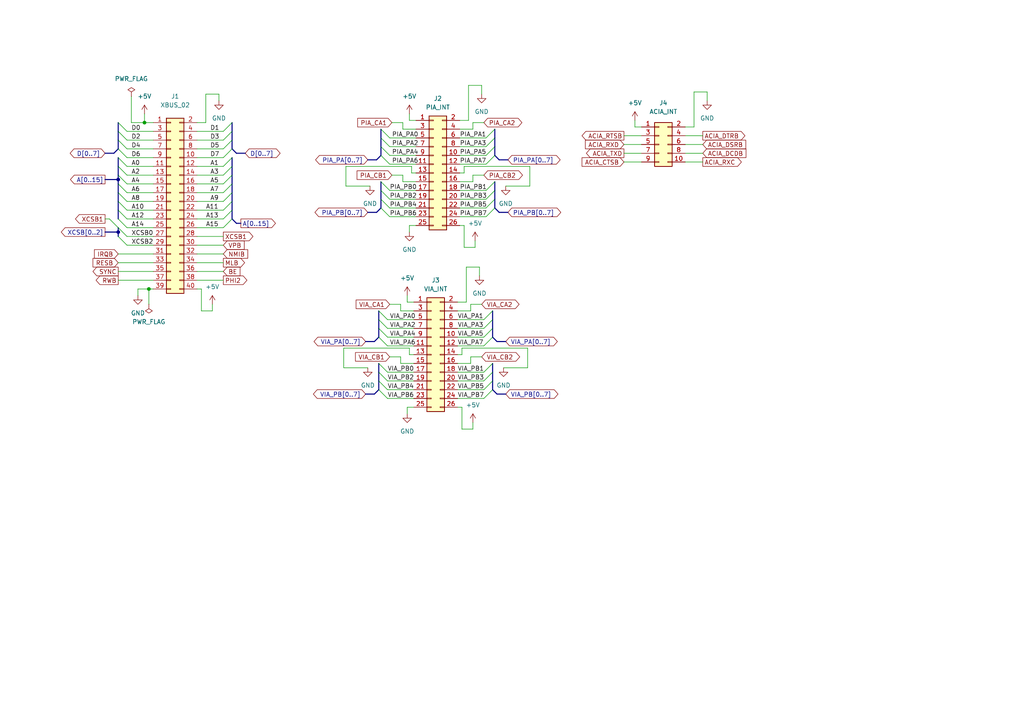
<source format=kicad_sch>
(kicad_sch (version 20211123) (generator eeschema)
  (paper "A4")
  (lib_symbols
    (symbol "Connector_Generic:Conn_02x05_Odd_Even" (pin_names (offset 1.016) hide)
      (property "Reference" "J" (at 1.27 7.62 0))
      (property "Value" "Conn_02x05_Odd_Even" (at 1.27 -7.62 0))
      (symbol "Conn_02x05_Odd_Even_1_1"
        (rectangle (start -1.27 -4.953) (end 0 -5.207) (stroke (width 0.1524)))
        (rectangle (start -1.27 -2.413) (end 0 -2.667) (stroke (width 0.1524)))
        (rectangle (start -1.27 0.127) (end 0 -0.127) (stroke (width 0.1524)))
        (rectangle (start -1.27 2.667) (end 0 2.413) (stroke (width 0.1524)))
        (rectangle (start -1.27 5.207) (end 0 4.953) (stroke (width 0.1524)))
        (rectangle (start -1.27 6.35) (end 3.81 -6.35) (stroke (width 0.254)) (fill (type background)))
        (rectangle (start 3.81 -4.953) (end 2.54 -5.207) (stroke (width 0.1524)))
        (rectangle (start 3.81 -2.413) (end 2.54 -2.667) (stroke (width 0.1524)))
        (rectangle (start 3.81 0.127) (end 2.54 -0.127) (stroke (width 0.1524)))
        (rectangle (start 3.81 2.667) (end 2.54 2.413) (stroke (width 0.1524)))
        (rectangle (start 3.81 5.207) (end 2.54 4.953) (stroke (width 0.1524)))
        (pin passive line (at -5.08 5.08 0) (length 3.81) (name "Pin_1") (number "1"))
        (pin passive line (at 7.62 -5.08 180) (length 3.81) (name "Pin_10") (number "10"))
        (pin passive line (at 7.62 5.08 180) (length 3.81) (name "Pin_2") (number "2"))
        (pin passive line (at -5.08 2.54 0) (length 3.81) (name "Pin_3") (number "3"))
        (pin passive line (at 7.62 2.54 180) (length 3.81) (name "Pin_4") (number "4"))
        (pin passive line (at -5.08 0 0) (length 3.81) (name "Pin_5") (number "5"))
        (pin passive line (at 7.62 0 180) (length 3.81) (name "Pin_6") (number "6"))
        (pin passive line (at -5.08 -2.54 0) (length 3.81) (name "Pin_7") (number "7"))
        (pin passive line (at 7.62 -2.54 180) (length 3.81) (name "Pin_8") (number "8"))
        (pin passive line (at -5.08 -5.08 0) (length 3.81) (name "Pin_9") (number "9"))
      )
    )
    (symbol "Connector_Generic:Conn_02x13_Odd_Even" (pin_names (offset 1.016) hide)
      (property "Reference" "J" (at 1.27 17.78 0))
      (property "Value" "Conn_02x13_Odd_Even" (at 1.27 -17.78 0))
      (symbol "Conn_02x13_Odd_Even_1_1"
        (rectangle (start -1.27 -15.113) (end 0 -15.367) (stroke (width 0.1524)))
        (rectangle (start -1.27 -12.573) (end 0 -12.827) (stroke (width 0.1524)))
        (rectangle (start -1.27 -10.033) (end 0 -10.287) (stroke (width 0.1524)))
        (rectangle (start -1.27 -7.493) (end 0 -7.747) (stroke (width 0.1524)))
        (rectangle (start -1.27 -4.953) (end 0 -5.207) (stroke (width 0.1524)))
        (rectangle (start -1.27 -2.413) (end 0 -2.667) (stroke (width 0.1524)))
        (rectangle (start -1.27 0.127) (end 0 -0.127) (stroke (width 0.1524)))
        (rectangle (start -1.27 2.667) (end 0 2.413) (stroke (width 0.1524)))
        (rectangle (start -1.27 5.207) (end 0 4.953) (stroke (width 0.1524)))
        (rectangle (start -1.27 7.747) (end 0 7.493) (stroke (width 0.1524)))
        (rectangle (start -1.27 10.287) (end 0 10.033) (stroke (width 0.1524)))
        (rectangle (start -1.27 12.827) (end 0 12.573) (stroke (width 0.1524)))
        (rectangle (start -1.27 15.367) (end 0 15.113) (stroke (width 0.1524)))
        (rectangle (start -1.27 16.51) (end 3.81 -16.51) (stroke (width 0.254)) (fill (type background)))
        (rectangle (start 3.81 -15.113) (end 2.54 -15.367) (stroke (width 0.1524)))
        (rectangle (start 3.81 -12.573) (end 2.54 -12.827) (stroke (width 0.1524)))
        (rectangle (start 3.81 -10.033) (end 2.54 -10.287) (stroke (width 0.1524)))
        (rectangle (start 3.81 -7.493) (end 2.54 -7.747) (stroke (width 0.1524)))
        (rectangle (start 3.81 -4.953) (end 2.54 -5.207) (stroke (width 0.1524)))
        (rectangle (start 3.81 -2.413) (end 2.54 -2.667) (stroke (width 0.1524)))
        (rectangle (start 3.81 0.127) (end 2.54 -0.127) (stroke (width 0.1524)))
        (rectangle (start 3.81 2.667) (end 2.54 2.413) (stroke (width 0.1524)))
        (rectangle (start 3.81 5.207) (end 2.54 4.953) (stroke (width 0.1524)))
        (rectangle (start 3.81 7.747) (end 2.54 7.493) (stroke (width 0.1524)))
        (rectangle (start 3.81 10.287) (end 2.54 10.033) (stroke (width 0.1524)))
        (rectangle (start 3.81 12.827) (end 2.54 12.573) (stroke (width 0.1524)))
        (rectangle (start 3.81 15.367) (end 2.54 15.113) (stroke (width 0.1524)))
        (pin passive line (at -5.08 15.24 0) (length 3.81) (name "Pin_1") (number "1"))
        (pin passive line (at 7.62 5.08 180) (length 3.81) (name "Pin_10") (number "10"))
        (pin passive line (at -5.08 2.54 0) (length 3.81) (name "Pin_11") (number "11"))
        (pin passive line (at 7.62 2.54 180) (length 3.81) (name "Pin_12") (number "12"))
        (pin passive line (at -5.08 0 0) (length 3.81) (name "Pin_13") (number "13"))
        (pin passive line (at 7.62 0 180) (length 3.81) (name "Pin_14") (number "14"))
        (pin passive line (at -5.08 -2.54 0) (length 3.81) (name "Pin_15") (number "15"))
        (pin passive line (at 7.62 -2.54 180) (length 3.81) (name "Pin_16") (number "16"))
        (pin passive line (at -5.08 -5.08 0) (length 3.81) (name "Pin_17") (number "17"))
        (pin passive line (at 7.62 -5.08 180) (length 3.81) (name "Pin_18") (number "18"))
        (pin passive line (at -5.08 -7.62 0) (length 3.81) (name "Pin_19") (number "19"))
        (pin passive line (at 7.62 15.24 180) (length 3.81) (name "Pin_2") (number "2"))
        (pin passive line (at 7.62 -7.62 180) (length 3.81) (name "Pin_20") (number "20"))
        (pin passive line (at -5.08 -10.16 0) (length 3.81) (name "Pin_21") (number "21"))
        (pin passive line (at 7.62 -10.16 180) (length 3.81) (name "Pin_22") (number "22"))
        (pin passive line (at -5.08 -12.7 0) (length 3.81) (name "Pin_23") (number "23"))
        (pin passive line (at 7.62 -12.7 180) (length 3.81) (name "Pin_24") (number "24"))
        (pin passive line (at -5.08 -15.24 0) (length 3.81) (name "Pin_25") (number "25"))
        (pin passive line (at 7.62 -15.24 180) (length 3.81) (name "Pin_26") (number "26"))
        (pin passive line (at -5.08 12.7 0) (length 3.81) (name "Pin_3") (number "3"))
        (pin passive line (at 7.62 12.7 180) (length 3.81) (name "Pin_4") (number "4"))
        (pin passive line (at -5.08 10.16 0) (length 3.81) (name "Pin_5") (number "5"))
        (pin passive line (at 7.62 10.16 180) (length 3.81) (name "Pin_6") (number "6"))
        (pin passive line (at -5.08 7.62 0) (length 3.81) (name "Pin_7") (number "7"))
        (pin passive line (at 7.62 7.62 180) (length 3.81) (name "Pin_8") (number "8"))
        (pin passive line (at -5.08 5.08 0) (length 3.81) (name "Pin_9") (number "9"))
      )
    )
    (symbol "Connector_Generic:Conn_02x20_Odd_Even" (pin_names (offset 1.016) hide)
      (property "Reference" "J" (at 1.27 25.4 0))
      (property "Value" "Conn_02x20_Odd_Even" (at 1.27 -27.94 0))
      (symbol "Conn_02x20_Odd_Even_1_1"
        (rectangle (start -1.27 -25.273) (end 0 -25.527) (stroke (width 0.1524)))
        (rectangle (start -1.27 -22.733) (end 0 -22.987) (stroke (width 0.1524)))
        (rectangle (start -1.27 -20.193) (end 0 -20.447) (stroke (width 0.1524)))
        (rectangle (start -1.27 -17.653) (end 0 -17.907) (stroke (width 0.1524)))
        (rectangle (start -1.27 -15.113) (end 0 -15.367) (stroke (width 0.1524)))
        (rectangle (start -1.27 -12.573) (end 0 -12.827) (stroke (width 0.1524)))
        (rectangle (start -1.27 -10.033) (end 0 -10.287) (stroke (width 0.1524)))
        (rectangle (start -1.27 -7.493) (end 0 -7.747) (stroke (width 0.1524)))
        (rectangle (start -1.27 -4.953) (end 0 -5.207) (stroke (width 0.1524)))
        (rectangle (start -1.27 -2.413) (end 0 -2.667) (stroke (width 0.1524)))
        (rectangle (start -1.27 0.127) (end 0 -0.127) (stroke (width 0.1524)))
        (rectangle (start -1.27 2.667) (end 0 2.413) (stroke (width 0.1524)))
        (rectangle (start -1.27 5.207) (end 0 4.953) (stroke (width 0.1524)))
        (rectangle (start -1.27 7.747) (end 0 7.493) (stroke (width 0.1524)))
        (rectangle (start -1.27 10.287) (end 0 10.033) (stroke (width 0.1524)))
        (rectangle (start -1.27 12.827) (end 0 12.573) (stroke (width 0.1524)))
        (rectangle (start -1.27 15.367) (end 0 15.113) (stroke (width 0.1524)))
        (rectangle (start -1.27 17.907) (end 0 17.653) (stroke (width 0.1524)))
        (rectangle (start -1.27 20.447) (end 0 20.193) (stroke (width 0.1524)))
        (rectangle (start -1.27 22.987) (end 0 22.733) (stroke (width 0.1524)))
        (rectangle (start -1.27 24.13) (end 3.81 -26.67) (stroke (width 0.254)) (fill (type background)))
        (rectangle (start 3.81 -25.273) (end 2.54 -25.527) (stroke (width 0.1524)))
        (rectangle (start 3.81 -22.733) (end 2.54 -22.987) (stroke (width 0.1524)))
        (rectangle (start 3.81 -20.193) (end 2.54 -20.447) (stroke (width 0.1524)))
        (rectangle (start 3.81 -17.653) (end 2.54 -17.907) (stroke (width 0.1524)))
        (rectangle (start 3.81 -15.113) (end 2.54 -15.367) (stroke (width 0.1524)))
        (rectangle (start 3.81 -12.573) (end 2.54 -12.827) (stroke (width 0.1524)))
        (rectangle (start 3.81 -10.033) (end 2.54 -10.287) (stroke (width 0.1524)))
        (rectangle (start 3.81 -7.493) (end 2.54 -7.747) (stroke (width 0.1524)))
        (rectangle (start 3.81 -4.953) (end 2.54 -5.207) (stroke (width 0.1524)))
        (rectangle (start 3.81 -2.413) (end 2.54 -2.667) (stroke (width 0.1524)))
        (rectangle (start 3.81 0.127) (end 2.54 -0.127) (stroke (width 0.1524)))
        (rectangle (start 3.81 2.667) (end 2.54 2.413) (stroke (width 0.1524)))
        (rectangle (start 3.81 5.207) (end 2.54 4.953) (stroke (width 0.1524)))
        (rectangle (start 3.81 7.747) (end 2.54 7.493) (stroke (width 0.1524)))
        (rectangle (start 3.81 10.287) (end 2.54 10.033) (stroke (width 0.1524)))
        (rectangle (start 3.81 12.827) (end 2.54 12.573) (stroke (width 0.1524)))
        (rectangle (start 3.81 15.367) (end 2.54 15.113) (stroke (width 0.1524)))
        (rectangle (start 3.81 17.907) (end 2.54 17.653) (stroke (width 0.1524)))
        (rectangle (start 3.81 20.447) (end 2.54 20.193) (stroke (width 0.1524)))
        (rectangle (start 3.81 22.987) (end 2.54 22.733) (stroke (width 0.1524)))
        (pin passive line (at -5.08 22.86 0) (length 3.81) (name "Pin_1") (number "1"))
        (pin passive line (at 7.62 12.7 180) (length 3.81) (name "Pin_10") (number "10"))
        (pin passive line (at -5.08 10.16 0) (length 3.81) (name "Pin_11") (number "11"))
        (pin passive line (at 7.62 10.16 180) (length 3.81) (name "Pin_12") (number "12"))
        (pin passive line (at -5.08 7.62 0) (length 3.81) (name "Pin_13") (number "13"))
        (pin passive line (at 7.62 7.62 180) (length 3.81) (name "Pin_14") (number "14"))
        (pin passive line (at -5.08 5.08 0) (length 3.81) (name "Pin_15") (number "15"))
        (pin passive line (at 7.62 5.08 180) (length 3.81) (name "Pin_16") (number "16"))
        (pin passive line (at -5.08 2.54 0) (length 3.81) (name "Pin_17") (number "17"))
        (pin passive line (at 7.62 2.54 180) (length 3.81) (name "Pin_18") (number "18"))
        (pin passive line (at -5.08 0 0) (length 3.81) (name "Pin_19") (number "19"))
        (pin passive line (at 7.62 22.86 180) (length 3.81) (name "Pin_2") (number "2"))
        (pin passive line (at 7.62 0 180) (length 3.81) (name "Pin_20") (number "20"))
        (pin passive line (at -5.08 -2.54 0) (length 3.81) (name "Pin_21") (number "21"))
        (pin passive line (at 7.62 -2.54 180) (length 3.81) (name "Pin_22") (number "22"))
        (pin passive line (at -5.08 -5.08 0) (length 3.81) (name "Pin_23") (number "23"))
        (pin passive line (at 7.62 -5.08 180) (length 3.81) (name "Pin_24") (number "24"))
        (pin passive line (at -5.08 -7.62 0) (length 3.81) (name "Pin_25") (number "25"))
        (pin passive line (at 7.62 -7.62 180) (length 3.81) (name "Pin_26") (number "26"))
        (pin passive line (at -5.08 -10.16 0) (length 3.81) (name "Pin_27") (number "27"))
        (pin passive line (at 7.62 -10.16 180) (length 3.81) (name "Pin_28") (number "28"))
        (pin passive line (at -5.08 -12.7 0) (length 3.81) (name "Pin_29") (number "29"))
        (pin passive line (at -5.08 20.32 0) (length 3.81) (name "Pin_3") (number "3"))
        (pin passive line (at 7.62 -12.7 180) (length 3.81) (name "Pin_30") (number "30"))
        (pin passive line (at -5.08 -15.24 0) (length 3.81) (name "Pin_31") (number "31"))
        (pin passive line (at 7.62 -15.24 180) (length 3.81) (name "Pin_32") (number "32"))
        (pin passive line (at -5.08 -17.78 0) (length 3.81) (name "Pin_33") (number "33"))
        (pin passive line (at 7.62 -17.78 180) (length 3.81) (name "Pin_34") (number "34"))
        (pin passive line (at -5.08 -20.32 0) (length 3.81) (name "Pin_35") (number "35"))
        (pin passive line (at 7.62 -20.32 180) (length 3.81) (name "Pin_36") (number "36"))
        (pin passive line (at -5.08 -22.86 0) (length 3.81) (name "Pin_37") (number "37"))
        (pin passive line (at 7.62 -22.86 180) (length 3.81) (name "Pin_38") (number "38"))
        (pin passive line (at -5.08 -25.4 0) (length 3.81) (name "Pin_39") (number "39"))
        (pin passive line (at 7.62 20.32 180) (length 3.81) (name "Pin_4") (number "4"))
        (pin passive line (at 7.62 -25.4 180) (length 3.81) (name "Pin_40") (number "40"))
        (pin passive line (at -5.08 17.78 0) (length 3.81) (name "Pin_5") (number "5"))
        (pin passive line (at 7.62 17.78 180) (length 3.81) (name "Pin_6") (number "6"))
        (pin passive line (at -5.08 15.24 0) (length 3.81) (name "Pin_7") (number "7"))
        (pin passive line (at 7.62 15.24 180) (length 3.81) (name "Pin_8") (number "8"))
        (pin passive line (at -5.08 12.7 0) (length 3.81) (name "Pin_9") (number "9"))
      )
    )
    (symbol "power:+5V" (power) (pin_names (offset 0))
      (property "Value" "+5V" (at 0 3.556 0))
      (symbol "+5V_0_1"
        (polyline (pts (xy -0.762 1.27) (xy 0 2.54)))
        (polyline (pts (xy 0 0) (xy 0 2.54)))
        (polyline (pts (xy 0 2.54) (xy 0.762 1.27)))
      )
      (symbol "+5V_1_1"
        (pin power_in line (at 0 0 90) (length 0) hide (name "+5V") (number "1"))
      )
    )
    (symbol "power:GND" (power) (pin_names (offset 0))
      (property "Value" "GND" (at 0 -3.81 0))
      (symbol "GND_0_1"
        (polyline (pts (xy 0 0) (xy 0 -1.27) (xy 1.27 -1.27) (xy 0 -2.54) (xy -1.27 -1.27) (xy 0 -1.27)))
      )
      (symbol "GND_1_1"
        (pin power_in line (at 0 0 270) (length 0) hide (name "GND") (number "1"))
      )
    )
    (symbol "power:PWR_FLAG" (power) (pin_numbers hide) (pin_names (offset 0) hide)
      (property "Value" "PWR_FLAG" (at 0 3.81 0))
      (symbol "PWR_FLAG_0_0"
        (pin power_out line (at 0 0 90) (length 0) (name "pwr") (number "1"))
      )
      (symbol "PWR_FLAG_0_1"
        (polyline (pts (xy 0 0) (xy 0 1.27) (xy -1.016 1.905) (xy 0 2.54) (xy 1.016 1.905) (xy 0 1.27)))
      )
    )
  )
  (junction (at 41.91 35.56))
  (junction (at 34.29 52.07))
  (junction (at 43.18 83.82))
  (junction (at 34.29 67.31))
  (bus_entry (at 112.395 95.25) (size -2.54 -2.54))
  (bus_entry (at 112.395 107.95) (size -2.54 -2.54))
  (bus_entry (at 64.77 66.04) (size 2.54 -2.54))
  (bus_entry (at 34.29 43.18) (size 2.54 2.54))
  (bus_entry (at 140.335 107.95) (size 2.54 -2.54))
  (bus_entry (at 34.29 53.34) (size 2.54 2.54))
  (bus_entry (at 112.395 97.79) (size -2.54 -2.54))
  (bus_entry (at 140.335 97.79) (size 2.54 -2.54))
  (bus_entry (at 34.29 58.42) (size 2.54 2.54))
  (bus_entry (at 140.97 60.325) (size 2.54 -2.54))
  (bus_entry (at 64.77 45.72) (size 2.54 -2.54))
  (bus_entry (at 34.29 38.1) (size 2.54 2.54))
  (bus_entry (at 67.31 35.56) (size -2.54 2.54))
  (bus_entry (at 64.77 53.34) (size 2.54 -2.54))
  (bus_entry (at 113.03 40.005) (size -2.54 -2.54))
  (bus_entry (at 140.97 62.865) (size 2.54 -2.54))
  (bus_entry (at 34.29 68.58) (size 2.54 2.54))
  (bus_entry (at 140.335 115.57) (size 2.54 -2.54))
  (bus_entry (at 31.75 63.5) (size 2.54 2.54))
  (bus_entry (at 140.97 55.245) (size 2.54 -2.54))
  (bus_entry (at 140.97 47.625) (size 2.54 -2.54))
  (bus_entry (at 113.03 45.085) (size -2.54 -2.54))
  (bus_entry (at 64.77 58.42) (size 2.54 -2.54))
  (bus_entry (at 34.29 55.88) (size 2.54 2.54))
  (bus_entry (at 140.335 92.71) (size 2.54 -2.54))
  (bus_entry (at 112.395 92.71) (size -2.54 -2.54))
  (bus_entry (at 64.77 48.26) (size 2.54 -2.54))
  (bus_entry (at 140.335 113.03) (size 2.54 -2.54))
  (bus_entry (at 113.03 57.785) (size -2.54 -2.54))
  (bus_entry (at 64.77 63.5) (size 2.54 -2.54))
  (bus_entry (at 140.335 95.25) (size 2.54 -2.54))
  (bus_entry (at 140.335 100.33) (size 2.54 -2.54))
  (bus_entry (at 140.97 45.085) (size 2.54 -2.54))
  (bus_entry (at 140.97 42.545) (size 2.54 -2.54))
  (bus_entry (at 112.395 110.49) (size -2.54 -2.54))
  (bus_entry (at 140.97 57.785) (size 2.54 -2.54))
  (bus_entry (at 34.29 60.96) (size 2.54 2.54))
  (bus_entry (at 67.31 40.64) (size -2.54 2.54))
  (bus_entry (at 113.03 55.245) (size -2.54 -2.54))
  (bus_entry (at 113.03 62.865) (size -2.54 -2.54))
  (bus_entry (at 140.335 110.49) (size 2.54 -2.54))
  (bus_entry (at 34.29 63.5) (size 2.54 2.54))
  (bus_entry (at 34.29 50.8) (size 2.54 2.54))
  (bus_entry (at 34.29 35.56) (size 2.54 2.54))
  (bus_entry (at 112.395 100.33) (size -2.54 -2.54))
  (bus_entry (at 67.31 38.1) (size -2.54 2.54))
  (bus_entry (at 113.03 42.545) (size -2.54 -2.54))
  (bus_entry (at 113.03 60.325) (size -2.54 -2.54))
  (bus_entry (at 112.395 115.57) (size -2.54 -2.54))
  (bus_entry (at 113.03 47.625) (size -2.54 -2.54))
  (bus_entry (at 64.77 55.88) (size 2.54 -2.54))
  (bus_entry (at 140.97 40.005) (size 2.54 -2.54))
  (bus_entry (at 112.395 113.03) (size -2.54 -2.54))
  (bus_entry (at 64.77 60.96) (size 2.54 -2.54))
  (bus_entry (at 64.77 50.8) (size 2.54 -2.54))
  (bus_entry (at 34.29 48.26) (size 2.54 2.54))
  (bus_entry (at 34.29 40.64) (size 2.54 2.54))
  (bus_entry (at 34.29 66.04) (size 2.54 2.54))
  (bus_entry (at 34.29 45.72) (size 2.54 2.54))
  (wire (pts (xy 34.29 73.66) (xy 44.45 73.66)))
  (wire (pts (xy 120.015 95.25) (xy 112.395 95.25)))
  (wire (pts (xy 133.35 34.925) (xy 135.89 34.925)))
  (bus (pts (xy 143.51 52.705) (xy 143.51 55.245)))
  (bus (pts (xy 147.32 46.355) (xy 144.78 46.355)))
  (wire (pts (xy 132.715 92.71) (xy 140.335 92.71)))
  (wire (pts (xy 132.715 118.11) (xy 133.985 118.11)))
  (bus (pts (xy 143.51 42.545) (xy 143.51 45.085)))
  (wire (pts (xy 57.15 76.2) (xy 64.77 76.2)))
  (wire (pts (xy 58.42 83.82) (xy 58.42 90.17)))
  (wire (pts (xy 134.62 48.26) (xy 153.67 48.26)))
  (bus (pts (xy 146.685 114.3) (xy 144.145 114.3)))
  (wire (pts (xy 58.42 90.17) (xy 61.595 90.17)))
  (wire (pts (xy 100.33 48.26) (xy 100.33 53.975)))
  (wire (pts (xy 57.15 78.74) (xy 64.77 78.74)))
  (wire (pts (xy 57.15 48.26) (xy 64.77 48.26)))
  (wire (pts (xy 44.45 35.56) (xy 41.91 35.56)))
  (wire (pts (xy 38.1 35.56) (xy 38.1 27.94)))
  (wire (pts (xy 203.835 46.99) (xy 198.755 46.99)))
  (wire (pts (xy 133.985 124.46) (xy 137.16 124.46)))
  (bus (pts (xy 142.875 105.41) (xy 142.875 107.95)))
  (wire (pts (xy 57.15 50.8) (xy 64.77 50.8)))
  (wire (pts (xy 57.15 43.18) (xy 64.77 43.18)))
  (wire (pts (xy 120.65 40.005) (xy 113.03 40.005)))
  (bus (pts (xy 142.875 107.95) (xy 142.875 110.49)))
  (wire (pts (xy 36.83 63.5) (xy 44.45 63.5)))
  (wire (pts (xy 139.7 24.765) (xy 139.7 27.305)))
  (wire (pts (xy 63.5 27.305) (xy 63.5 29.21)))
  (bus (pts (xy 142.875 113.03) (xy 144.145 114.3)))
  (bus (pts (xy 110.49 45.085) (xy 109.22 46.355)))
  (wire (pts (xy 180.975 39.37) (xy 186.055 39.37)))
  (wire (pts (xy 120.015 115.57) (xy 112.395 115.57)))
  (wire (pts (xy 57.15 53.34) (xy 64.77 53.34)))
  (bus (pts (xy 106.045 99.06) (xy 108.585 99.06)))
  (wire (pts (xy 133.35 45.085) (xy 140.97 45.085)))
  (wire (pts (xy 119.38 50.165) (xy 120.65 50.165)))
  (bus (pts (xy 110.49 60.325) (xy 109.22 61.595)))
  (wire (pts (xy 120.015 97.79) (xy 112.395 97.79)))
  (wire (pts (xy 99.695 106.68) (xy 106.68 106.68)))
  (wire (pts (xy 153.035 106.68) (xy 146.05 106.68)))
  (bus (pts (xy 109.855 97.79) (xy 108.585 99.06)))
  (wire (pts (xy 119.38 48.26) (xy 119.38 50.165)))
  (wire (pts (xy 132.715 97.79) (xy 140.335 97.79)))
  (wire (pts (xy 133.35 37.465) (xy 137.16 37.465)))
  (bus (pts (xy 110.49 40.005) (xy 110.49 42.545)))
  (wire (pts (xy 36.83 38.1) (xy 44.45 38.1)))
  (bus (pts (xy 142.875 95.25) (xy 142.875 97.79)))
  (wire (pts (xy 57.15 55.88) (xy 64.77 55.88)))
  (wire (pts (xy 34.29 76.2) (xy 44.45 76.2)))
  (bus (pts (xy 67.31 40.64) (xy 67.31 43.18)))
  (wire (pts (xy 36.83 45.72) (xy 44.45 45.72)))
  (wire (pts (xy 198.755 39.37) (xy 203.835 39.37)))
  (wire (pts (xy 184.15 36.83) (xy 184.15 34.925)))
  (wire (pts (xy 118.745 100.965) (xy 118.745 102.87)))
  (wire (pts (xy 57.15 60.96) (xy 64.77 60.96)))
  (bus (pts (xy 110.49 37.465) (xy 110.49 40.005)))
  (wire (pts (xy 136.525 103.505) (xy 139.7 103.505)))
  (wire (pts (xy 133.985 102.87) (xy 132.715 102.87)))
  (wire (pts (xy 118.745 34.925) (xy 118.745 33.02)))
  (bus (pts (xy 143.51 37.465) (xy 143.51 40.005)))
  (bus (pts (xy 67.31 63.5) (xy 68.58 64.77)))
  (wire (pts (xy 120.65 62.865) (xy 113.03 62.865)))
  (bus (pts (xy 142.875 110.49) (xy 142.875 113.03)))
  (wire (pts (xy 57.15 45.72) (xy 64.77 45.72)))
  (bus (pts (xy 67.31 35.56) (xy 67.31 38.1)))
  (wire (pts (xy 118.745 65.405) (xy 118.745 67.31)))
  (bus (pts (xy 109.855 110.49) (xy 109.855 113.03)))
  (wire (pts (xy 132.715 105.41) (xy 136.525 105.41)))
  (wire (pts (xy 119.38 48.26) (xy 100.33 48.26)))
  (bus (pts (xy 30.48 67.31) (xy 34.29 67.31)))
  (wire (pts (xy 36.83 55.88) (xy 44.45 55.88)))
  (wire (pts (xy 136.525 105.41) (xy 136.525 103.505)))
  (wire (pts (xy 120.65 60.325) (xy 113.03 60.325)))
  (wire (pts (xy 57.15 35.56) (xy 59.69 35.56)))
  (bus (pts (xy 67.31 48.26) (xy 67.31 50.8)))
  (wire (pts (xy 137.16 35.56) (xy 140.335 35.56)))
  (bus (pts (xy 34.29 52.07) (xy 34.29 53.34)))
  (bus (pts (xy 71.12 44.45) (xy 68.58 44.45)))
  (wire (pts (xy 100.33 53.975) (xy 107.315 53.975)))
  (wire (pts (xy 40.005 83.82) (xy 40.005 85.725)))
  (wire (pts (xy 116.84 52.705) (xy 116.84 50.8)))
  (wire (pts (xy 36.83 43.18) (xy 44.45 43.18)))
  (bus (pts (xy 110.49 42.545) (xy 110.49 45.085)))
  (bus (pts (xy 143.51 60.325) (xy 144.78 61.595)))
  (wire (pts (xy 136.525 88.265) (xy 139.7 88.265)))
  (wire (pts (xy 120.65 34.925) (xy 118.745 34.925)))
  (wire (pts (xy 118.745 100.965) (xy 99.695 100.965)))
  (wire (pts (xy 36.83 53.34) (xy 44.45 53.34)))
  (wire (pts (xy 133.35 47.625) (xy 140.97 47.625)))
  (bus (pts (xy 30.48 44.45) (xy 33.02 44.45)))
  (bus (pts (xy 34.29 58.42) (xy 34.29 60.96)))
  (wire (pts (xy 134.62 48.26) (xy 134.62 50.165)))
  (wire (pts (xy 120.015 90.17) (xy 116.205 90.17)))
  (wire (pts (xy 120.015 107.95) (xy 112.395 107.95)))
  (wire (pts (xy 137.16 37.465) (xy 137.16 35.56)))
  (wire (pts (xy 120.015 118.11) (xy 118.11 118.11)))
  (wire (pts (xy 180.975 46.99) (xy 186.055 46.99)))
  (wire (pts (xy 36.83 68.58) (xy 44.45 68.58)))
  (wire (pts (xy 186.055 36.83) (xy 184.15 36.83)))
  (bus (pts (xy 109.855 90.17) (xy 109.855 92.71)))
  (wire (pts (xy 118.11 118.11) (xy 118.11 120.015)))
  (wire (pts (xy 116.205 103.505) (xy 113.03 103.505)))
  (wire (pts (xy 135.89 34.925) (xy 135.89 24.765)))
  (wire (pts (xy 36.83 40.64) (xy 44.45 40.64)))
  (bus (pts (xy 34.29 55.88) (xy 34.29 58.42)))
  (bus (pts (xy 142.875 92.71) (xy 142.875 95.25)))
  (bus (pts (xy 146.685 99.06) (xy 144.145 99.06)))
  (wire (pts (xy 116.84 35.56) (xy 113.665 35.56)))
  (wire (pts (xy 120.65 37.465) (xy 116.84 37.465)))
  (wire (pts (xy 43.18 83.82) (xy 43.18 88.265)))
  (wire (pts (xy 41.91 35.56) (xy 41.91 33.02)))
  (bus (pts (xy 67.31 55.88) (xy 67.31 58.42)))
  (wire (pts (xy 133.35 57.785) (xy 140.97 57.785)))
  (wire (pts (xy 57.15 81.28) (xy 64.77 81.28)))
  (bus (pts (xy 34.29 53.34) (xy 34.29 55.88)))
  (wire (pts (xy 59.69 27.305) (xy 63.5 27.305)))
  (bus (pts (xy 34.29 45.72) (xy 34.29 48.26)))
  (wire (pts (xy 34.29 81.28) (xy 44.45 81.28)))
  (wire (pts (xy 201.295 36.83) (xy 201.295 26.67)))
  (wire (pts (xy 120.65 42.545) (xy 113.03 42.545)))
  (wire (pts (xy 137.795 71.755) (xy 137.795 69.85)))
  (wire (pts (xy 203.835 41.91) (xy 198.755 41.91)))
  (bus (pts (xy 143.51 40.005) (xy 143.51 42.545)))
  (bus (pts (xy 34.29 48.26) (xy 34.29 50.8)))
  (wire (pts (xy 139.065 77.47) (xy 139.065 80.01)))
  (bus (pts (xy 142.875 90.17) (xy 142.875 92.71)))
  (bus (pts (xy 143.51 57.785) (xy 143.51 60.325)))
  (wire (pts (xy 203.835 44.45) (xy 198.755 44.45)))
  (wire (pts (xy 120.015 110.49) (xy 112.395 110.49)))
  (wire (pts (xy 198.755 36.83) (xy 201.295 36.83)))
  (bus (pts (xy 143.51 55.245) (xy 143.51 57.785)))
  (wire (pts (xy 132.715 100.33) (xy 140.335 100.33)))
  (wire (pts (xy 132.715 115.57) (xy 140.335 115.57)))
  (wire (pts (xy 116.205 88.265) (xy 113.03 88.265)))
  (bus (pts (xy 110.49 52.705) (xy 110.49 55.245)))
  (wire (pts (xy 137.16 50.8) (xy 140.335 50.8)))
  (wire (pts (xy 120.015 100.33) (xy 112.395 100.33)))
  (wire (pts (xy 201.295 26.67) (xy 205.105 26.67)))
  (wire (pts (xy 99.695 100.965) (xy 99.695 106.68)))
  (wire (pts (xy 132.715 110.49) (xy 140.335 110.49)))
  (bus (pts (xy 67.31 53.34) (xy 67.31 55.88)))
  (bus (pts (xy 109.855 113.03) (xy 108.585 114.3)))
  (wire (pts (xy 57.15 38.1) (xy 64.77 38.1)))
  (bus (pts (xy 34.29 67.31) (xy 34.29 68.58)))
  (wire (pts (xy 116.205 90.17) (xy 116.205 88.265)))
  (wire (pts (xy 153.67 48.26) (xy 153.67 53.975)))
  (wire (pts (xy 137.16 124.46) (xy 137.16 122.555)))
  (wire (pts (xy 59.69 35.56) (xy 59.69 27.305)))
  (wire (pts (xy 120.65 47.625) (xy 113.03 47.625)))
  (bus (pts (xy 110.49 57.785) (xy 110.49 60.325)))
  (wire (pts (xy 57.15 66.04) (xy 64.77 66.04)))
  (bus (pts (xy 109.855 92.71) (xy 109.855 95.25)))
  (bus (pts (xy 68.58 64.77) (xy 69.85 64.77)))
  (wire (pts (xy 57.15 40.64) (xy 64.77 40.64)))
  (wire (pts (xy 36.83 71.12) (xy 44.45 71.12)))
  (wire (pts (xy 180.975 44.45) (xy 186.055 44.45)))
  (bus (pts (xy 109.855 107.95) (xy 109.855 110.49)))
  (bus (pts (xy 67.31 58.42) (xy 67.31 60.96)))
  (bus (pts (xy 34.29 60.96) (xy 34.29 63.5)))
  (wire (pts (xy 36.83 58.42) (xy 44.45 58.42)))
  (wire (pts (xy 36.83 48.26) (xy 44.45 48.26)))
  (wire (pts (xy 132.715 87.63) (xy 135.255 87.63)))
  (wire (pts (xy 137.16 52.705) (xy 137.16 50.8)))
  (bus (pts (xy 34.29 38.1) (xy 34.29 40.64)))
  (wire (pts (xy 133.985 100.965) (xy 133.985 102.87)))
  (wire (pts (xy 57.15 68.58) (xy 64.77 68.58)))
  (wire (pts (xy 132.715 107.95) (xy 140.335 107.95)))
  (wire (pts (xy 36.83 50.8) (xy 44.45 50.8)))
  (wire (pts (xy 133.35 40.005) (xy 140.97 40.005)))
  (bus (pts (xy 106.045 114.3) (xy 108.585 114.3)))
  (bus (pts (xy 142.875 97.79) (xy 144.145 99.06)))
  (wire (pts (xy 153.035 100.965) (xy 153.035 106.68)))
  (wire (pts (xy 134.62 50.165) (xy 133.35 50.165)))
  (wire (pts (xy 120.015 105.41) (xy 116.205 105.41)))
  (wire (pts (xy 118.11 87.63) (xy 118.11 85.725)))
  (wire (pts (xy 132.715 95.25) (xy 140.335 95.25)))
  (wire (pts (xy 134.62 71.755) (xy 137.795 71.755)))
  (wire (pts (xy 57.15 71.12) (xy 64.77 71.12)))
  (bus (pts (xy 67.31 45.72) (xy 67.31 48.26)))
  (wire (pts (xy 133.35 60.325) (xy 140.97 60.325)))
  (wire (pts (xy 135.255 87.63) (xy 135.255 77.47)))
  (bus (pts (xy 34.29 66.04) (xy 34.29 67.31)))
  (wire (pts (xy 120.015 87.63) (xy 118.11 87.63)))
  (wire (pts (xy 133.35 65.405) (xy 134.62 65.405)))
  (wire (pts (xy 120.65 57.785) (xy 113.03 57.785)))
  (wire (pts (xy 132.715 90.17) (xy 136.525 90.17)))
  (bus (pts (xy 67.31 38.1) (xy 67.31 40.64)))
  (wire (pts (xy 132.715 113.03) (xy 140.335 113.03)))
  (wire (pts (xy 153.67 53.975) (xy 146.685 53.975)))
  (bus (pts (xy 109.855 105.41) (xy 109.855 107.95)))
  (bus (pts (xy 106.68 46.355) (xy 109.22 46.355)))
  (bus (pts (xy 67.31 60.96) (xy 67.31 63.5)))
  (bus (pts (xy 34.29 50.8) (xy 34.29 52.07)))
  (wire (pts (xy 41.91 35.56) (xy 38.1 35.56)))
  (wire (pts (xy 133.35 52.705) (xy 137.16 52.705)))
  (wire (pts (xy 134.62 65.405) (xy 134.62 71.755)))
  (bus (pts (xy 67.31 43.18) (xy 68.58 44.45)))
  (bus (pts (xy 110.49 55.245) (xy 110.49 57.785)))
  (wire (pts (xy 120.65 55.245) (xy 113.03 55.245)))
  (wire (pts (xy 57.15 83.82) (xy 58.42 83.82)))
  (wire (pts (xy 61.595 90.17) (xy 61.595 88.265)))
  (wire (pts (xy 180.975 41.91) (xy 186.055 41.91)))
  (bus (pts (xy 34.29 35.56) (xy 34.29 38.1)))
  (wire (pts (xy 36.83 60.96) (xy 44.45 60.96)))
  (wire (pts (xy 120.015 92.71) (xy 112.395 92.71)))
  (bus (pts (xy 67.31 50.8) (xy 67.31 53.34)))
  (bus (pts (xy 106.68 61.595) (xy 109.22 61.595)))
  (wire (pts (xy 133.35 55.245) (xy 140.97 55.245)))
  (wire (pts (xy 34.29 78.74) (xy 44.45 78.74)))
  (wire (pts (xy 205.105 26.67) (xy 205.105 29.21)))
  (wire (pts (xy 116.84 50.8) (xy 113.665 50.8)))
  (wire (pts (xy 133.35 42.545) (xy 140.97 42.545)))
  (wire (pts (xy 135.255 77.47) (xy 139.065 77.47)))
  (wire (pts (xy 36.83 66.04) (xy 44.45 66.04)))
  (wire (pts (xy 133.985 118.11) (xy 133.985 124.46)))
  (wire (pts (xy 120.65 65.405) (xy 118.745 65.405)))
  (wire (pts (xy 44.45 83.82) (xy 43.18 83.82)))
  (wire (pts (xy 120.65 52.705) (xy 116.84 52.705)))
  (bus (pts (xy 109.855 95.25) (xy 109.855 97.79)))
  (wire (pts (xy 133.35 62.865) (xy 140.97 62.865)))
  (wire (pts (xy 43.18 83.82) (xy 40.005 83.82)))
  (bus (pts (xy 34.29 43.18) (xy 33.02 44.45)))
  (wire (pts (xy 116.205 105.41) (xy 116.205 103.505)))
  (wire (pts (xy 120.015 113.03) (xy 112.395 113.03)))
  (bus (pts (xy 143.51 45.085) (xy 144.78 46.355)))
  (wire (pts (xy 30.48 63.5) (xy 31.75 63.5)))
  (wire (pts (xy 135.89 24.765) (xy 139.7 24.765)))
  (bus (pts (xy 147.32 61.595) (xy 144.78 61.595)))
  (wire (pts (xy 118.745 102.87) (xy 120.015 102.87)))
  (wire (pts (xy 116.84 37.465) (xy 116.84 35.56)))
  (wire (pts (xy 57.15 58.42) (xy 64.77 58.42)))
  (bus (pts (xy 30.48 52.07) (xy 34.29 52.07)))
  (wire (pts (xy 133.985 100.965) (xy 153.035 100.965)))
  (wire (pts (xy 57.15 63.5) (xy 64.77 63.5)))
  (wire (pts (xy 120.65 45.085) (xy 113.03 45.085)))
  (wire (pts (xy 57.15 73.66) (xy 64.77 73.66)))
  (bus (pts (xy 34.29 40.64) (xy 34.29 43.18)))
  (wire (pts (xy 136.525 90.17) (xy 136.525 88.265)))
  (label "VIA_PA5" (at 132.715 97.79 0))
  (label "PIA_PB2" (at 113.03 57.785 0))
  (label "D2" (at 38.1 40.64 0))
  (label "XCSB0" (at 38.1 68.58 0))
  (label "VIA_PB0" (at 112.395 107.95 0))
  (label "PIA_PA2" (at 113.665 42.545 0))
  (label "D0" (at 38.1 38.1 0))
  (label "D6" (at 38.1 45.72 0))
  (label "VIA_PB4" (at 112.395 113.03 0))
  (label "VIA_PA2" (at 113.03 95.25 0))
  (label "PIA_PA4" (at 113.665 45.085 0))
  (label "PIA_PB3" (at 133.35 57.785 0))
  (label "D5" (at 60.96 43.18 0))
  (label "VIA_PB2" (at 112.395 110.49 0))
  (label "PIA_PA7" (at 133.35 47.625 0))
  (label "VIA_PB7" (at 132.715 115.57 0))
  (label "A0" (at 38.1 48.26 0))
  (label "A12" (at 38.1 63.5 0))
  (label "PIA_PB6" (at 113.03 62.865 0))
  (label "PIA_PA6" (at 113.665 47.625 0))
  (label "D7" (at 60.96 45.72 0))
  (label "A7" (at 60.96 55.88 0))
  (label "A10" (at 38.1 60.96 0))
  (label "VIA_PB5" (at 132.715 113.03 0))
  (label "A9" (at 60.96 58.42 0))
  (label "PIA_PA1" (at 133.35 40.005 0))
  (label "VIA_PA4" (at 113.03 97.79 0))
  (label "A8" (at 38.1 58.42 0))
  (label "VIA_PB1" (at 132.715 107.95 0))
  (label "XCSB2" (at 38.1 71.12 0))
  (label "PIA_PB4" (at 113.03 60.325 0))
  (label "A11" (at 59.69 60.96 0))
  (label "A2" (at 38.1 50.8 0))
  (label "PIA_PA3" (at 133.35 42.545 0))
  (label "VIA_PB6" (at 112.395 115.57 0))
  (label "VIA_PA0" (at 113.03 92.71 0))
  (label "A4" (at 38.1 53.34 0))
  (label "A15" (at 59.69 66.04 0))
  (label "VIA_PB3" (at 132.715 110.49 0))
  (label "VIA_PA1" (at 132.715 92.71 0))
  (label "A6" (at 38.1 55.88 0))
  (label "PIA_PA5" (at 133.35 45.085 0))
  (label "A1" (at 60.96 48.26 0))
  (label "PIA_PA0" (at 113.665 40.005 0))
  (label "PIA_PB5" (at 133.35 60.325 0))
  (label "A13" (at 59.69 63.5 0))
  (label "A5" (at 60.96 53.34 0))
  (label "VIA_PA7" (at 132.715 100.33 0))
  (label "D1" (at 60.96 38.1 0))
  (label "A14" (at 38.1 66.04 0))
  (label "PIA_PB7" (at 133.35 62.865 0))
  (label "D3" (at 60.96 40.64 0))
  (label "PIA_PB0" (at 113.03 55.245 0))
  (label "PIA_PB1" (at 133.35 55.245 0))
  (label "D4" (at 38.1 43.18 0))
  (label "VIA_PA3" (at 132.715 95.25 0))
  (label "VIA_PA6" (at 113.03 100.33 0))
  (label "A3" (at 60.96 50.8 0))
  (global_label "XCSB1" (shape output) (at 30.48 63.5 180) (property "Intersheet References" "${INTERSHEET_REFS}" (effects hide)))
  (global_label "PHI2" (shape output) (at 64.77 81.28 0) (property "Intersheet References" "${INTERSHEET_REFS}" (effects hide)))
  (global_label "XCSB1" (shape output) (at 64.77 68.58 0) (property "Intersheet References" "${INTERSHEET_REFS}" (effects hide)))
  (global_label "VIA_PA[0..7]" (shape bidirectional) (at 146.685 99.06 0) (property "Intersheet References" "${INTERSHEET_REFS}" (effects hide)))
  (global_label "ACIA_TXD" (shape output) (at 180.975 44.45 180) (property "Intersheet References" "${INTERSHEET_REFS}" (effects hide)))
  (global_label "A[0..15]" (shape output) (at 30.48 52.07 180) (property "Intersheet References" "${INTERSHEET_REFS}" (effects hide)))
  (global_label "XCSB[0..2]" (shape output) (at 30.48 67.31 180) (property "Intersheet References" "${INTERSHEET_REFS}" (effects hide)))
  (global_label "VPB" (shape input) (at 64.77 71.12 0) (property "Intersheet References" "${INTERSHEET_REFS}" (effects hide)))
  (global_label "ACIA_DSRB" (shape input) (at 203.835 41.91 0) (property "Intersheet References" "${INTERSHEET_REFS}" (effects hide)))
  (global_label "IRQB" (shape input) (at 34.29 73.66 180) (property "Intersheet References" "${INTERSHEET_REFS}" (effects hide)))
  (global_label "ACIA_RXD" (shape input) (at 180.975 41.91 180) (property "Intersheet References" "${INTERSHEET_REFS}" (effects hide)))
  (global_label "SYNC" (shape output) (at 34.29 78.74 180) (property "Intersheet References" "${INTERSHEET_REFS}" (effects hide)))
  (global_label "ACIA_CTSB" (shape input) (at 180.975 46.99 180) (property "Intersheet References" "${INTERSHEET_REFS}" (effects hide)))
  (global_label "VIA_PB[0..7]" (shape bidirectional) (at 106.045 114.3 180) (property "Intersheet References" "${INTERSHEET_REFS}" (effects hide)))
  (global_label "ACIA_RTSB" (shape output) (at 180.975 39.37 180) (property "Intersheet References" "${INTERSHEET_REFS}" (effects hide)))
  (global_label "PIA_PA[0..7]" (shape bidirectional) (at 106.68 46.355 180) (property "Intersheet References" "${INTERSHEET_REFS}" (effects hide)))
  (global_label "PIA_CA2" (shape bidirectional) (at 140.335 35.56 0) (property "Intersheet References" "${INTERSHEET_REFS}" (effects hide)))
  (global_label "A[0..15]" (shape output) (at 69.85 64.77 0) (property "Intersheet References" "${INTERSHEET_REFS}" (effects hide)))
  (global_label "BE" (shape input) (at 64.77 78.74 0) (property "Intersheet References" "${INTERSHEET_REFS}" (effects hide)))
  (global_label "PIA_PB[0..7]" (shape bidirectional) (at 147.32 61.595 0) (property "Intersheet References" "${INTERSHEET_REFS}" (effects hide)))
  (global_label "VIA_PB[0..7]" (shape bidirectional) (at 146.685 114.3 0) (property "Intersheet References" "${INTERSHEET_REFS}" (effects hide)))
  (global_label "ACIA_DCDB" (shape input) (at 203.835 44.45 0) (property "Intersheet References" "${INTERSHEET_REFS}" (effects hide)))
  (global_label "RWB" (shape output) (at 34.29 81.28 180) (property "Intersheet References" "${INTERSHEET_REFS}" (effects hide)))
  (global_label "PIA_CA1" (shape input) (at 113.665 35.56 180) (property "Intersheet References" "${INTERSHEET_REFS}" (effects hide)))
  (global_label "ACIA_RXC" (shape output) (at 203.835 46.99 0) (property "Intersheet References" "${INTERSHEET_REFS}" (effects hide)))
  (global_label "D[0..7]" (shape bidirectional) (at 30.48 44.45 180) (property "Intersheet References" "${INTERSHEET_REFS}" (effects hide)))
  (global_label "PIA_PB[0..7]" (shape bidirectional) (at 106.68 61.595 180) (property "Intersheet References" "${INTERSHEET_REFS}" (effects hide)))
  (global_label "RESB" (shape input) (at 34.29 76.2 180) (property "Intersheet References" "${INTERSHEET_REFS}" (effects hide)))
  (global_label "NMIB" (shape input) (at 64.77 73.66 0) (property "Intersheet References" "${INTERSHEET_REFS}" (effects hide)))
  (global_label "VIA_PA[0..7]" (shape bidirectional) (at 106.045 99.06 180) (property "Intersheet References" "${INTERSHEET_REFS}" (effects hide)))
  (global_label "MLB" (shape output) (at 64.77 76.2 0) (property "Intersheet References" "${INTERSHEET_REFS}" (effects hide)))
  (global_label "ACIA_DTRB" (shape output) (at 203.835 39.37 0) (property "Intersheet References" "${INTERSHEET_REFS}" (effects hide)))
  (global_label "VIA_CA1" (shape input) (at 113.03 88.265 180) (property "Intersheet References" "${INTERSHEET_REFS}" (effects hide)))
  (global_label "VIA_CB2" (shape bidirectional) (at 139.7 103.505 0) (property "Intersheet References" "${INTERSHEET_REFS}" (effects hide)))
  (global_label "D[0..7]" (shape bidirectional) (at 71.12 44.45 0) (property "Intersheet References" "${INTERSHEET_REFS}" (effects hide)))
  (global_label "VIA_CA2" (shape bidirectional) (at 139.7 88.265 0) (property "Intersheet References" "${INTERSHEET_REFS}" (effects hide)))
  (global_label "PIA_PA[0..7]" (shape bidirectional) (at 147.32 46.355 0) (property "Intersheet References" "${INTERSHEET_REFS}" (effects hide)))
  (global_label "VIA_CB1" (shape input) (at 113.03 103.505 180) (property "Intersheet References" "${INTERSHEET_REFS}" (effects hide)))
  (global_label "PIA_CB2" (shape bidirectional) (at 140.335 50.8 0) (property "Intersheet References" "${INTERSHEET_REFS}" (effects hide)))
  (global_label "PIA_CB1" (shape input) (at 113.665 50.8 180) (property "Intersheet References" "${INTERSHEET_REFS}" (effects hide)))
  (symbol (lib_id "Connector_Generic:Conn_02x13_Odd_Even") (at 125.095 102.87 0) (unit 1)
    (property "Reference" "J3" (at 126.365 81.28 0))
    (property "Value" "VIA_INT" (at 126.365 83.82 0))
    (property "Footprint" "Connector_PinSocket_2.54mm:PinSocket_2x13_P2.54mm_Vertical" (effects hide))
  )
  (symbol (lib_id "power:GND") (at 146.685 53.975 0) (mirror y) (unit 1)
    (property "Reference" "#PWR0115" (effects hide))
    (property "Value" "GND" (at 146.685 59.055 0))
  )
  (symbol (lib_id "power:+5V") (at 118.11 85.725 0) (unit 1)
    (property "Reference" "#PWR0108" (effects hide))
    (property "Value" "+5V" (at 118.11 80.645 0))
  )
  (symbol (lib_id "power:+5V") (at 61.595 88.265 0) (unit 1)
    (property "Reference" "#PWR0101" (effects hide))
    (property "Value" "+5V" (at 61.595 83.185 0))
  )
  (symbol (lib_id "power:+5V") (at 41.91 33.02 0) (unit 1)
    (property "Reference" "#PWR0105" (effects hide))
    (property "Value" "+5V" (at 41.91 27.94 0))
  )
  (symbol (lib_id "power:PWR_FLAG") (at 38.1 27.94 0) (unit 1)
    (property "Reference" "#FLG0102" (effects hide))
    (property "Value" "PWR_FLAG" (at 38.1 22.86 0))
  )
  (symbol (lib_id "Connector_Generic:Conn_02x20_Odd_Even") (at 49.53 58.42 0) (unit 1)
    (property "Reference" "J1" (at 50.8 27.94 0))
    (property "Value" "XBUS_02" (at 50.8 30.48 0))
    (property "Footprint" "Connector_PinSocket_2.54mm:PinSocket_2x20_P2.54mm_Vertical" (effects hide))
  )
  (symbol (lib_id "power:GND") (at 106.68 106.68 0) (unit 1)
    (property "Reference" "#PWR0107" (effects hide))
    (property "Value" "GND" (at 106.68 111.76 0))
  )
  (symbol (lib_id "power:+5V") (at 184.15 34.925 0) (unit 1)
    (property "Reference" "#PWR0116" (effects hide))
    (property "Value" "+5V" (at 184.15 29.845 0))
  )
  (symbol (lib_id "power:GND") (at 139.7 27.305 0) (unit 1)
    (property "Reference" "#PWR0118" (effects hide))
    (property "Value" "GND" (at 139.7 32.385 0))
  )
  (symbol (lib_id "power:GND") (at 118.745 67.31 0) (unit 1)
    (property "Reference" "#PWR0106" (effects hide))
    (property "Value" "GND" (at 118.745 72.39 0))
  )
  (symbol (lib_id "power:GND") (at 118.11 120.015 0) (unit 1)
    (property "Reference" "#PWR0113" (effects hide))
    (property "Value" "GND" (at 118.11 125.095 0))
  )
  (symbol (lib_id "power:GND") (at 139.065 80.01 0) (unit 1)
    (property "Reference" "#PWR0111" (effects hide))
    (property "Value" "GND" (at 139.065 85.09 0))
  )
  (symbol (lib_id "power:+5V") (at 137.16 122.555 0) (unit 1)
    (property "Reference" "#PWR0112" (effects hide))
    (property "Value" "+5V" (at 137.16 117.475 0))
  )
  (symbol (lib_id "power:GND") (at 40.005 85.725 0) (unit 1)
    (property "Reference" "#PWR0102" (effects hide))
    (property "Value" "GND" (at 40.005 90.805 0))
  )
  (symbol (lib_id "power:GND") (at 146.05 106.68 0) (mirror y) (unit 1)
    (property "Reference" "#PWR0110" (effects hide))
    (property "Value" "GND" (at 146.05 111.76 0))
  )
  (symbol (lib_id "Connector_Generic:Conn_02x05_Odd_Even") (at 191.135 41.91 0) (unit 1)
    (property "Reference" "J4" (at 192.405 29.845 0))
    (property "Value" "ACIA_INT" (at 192.405 32.385 0))
    (property "Footprint" "Connector_PinSocket_2.54mm:PinSocket_2x05_P2.54mm_Vertical" (effects hide))
  )
  (symbol (lib_id "power:PWR_FLAG") (at 43.18 88.265 180) (unit 1)
    (property "Reference" "#FLG0101" (effects hide))
    (property "Value" "PWR_FLAG" (at 43.18 93.345 0))
  )
  (symbol (lib_id "Connector_Generic:Conn_02x13_Odd_Even") (at 125.73 50.165 0) (unit 1)
    (property "Reference" "J2" (at 127 28.575 0))
    (property "Value" "PIA_INT" (at 127 31.115 0))
    (property "Footprint" "Connector_PinSocket_2.54mm:PinSocket_2x13_P2.54mm_Vertical" (effects hide))
  )
  (symbol (lib_id "power:+5V") (at 118.745 33.02 0) (unit 1)
    (property "Reference" "#PWR0109" (effects hide))
    (property "Value" "+5V" (at 118.745 27.94 0))
  )
  (symbol (lib_id "power:GND") (at 63.5 29.21 0) (unit 1)
    (property "Reference" "#PWR0103" (effects hide))
    (property "Value" "GND" (at 63.5 34.29 0))
  )
  (symbol (lib_id "power:GND") (at 107.315 53.975 0) (unit 1)
    (property "Reference" "#PWR0104" (effects hide))
    (property "Value" "GND" (at 107.315 59.055 0))
  )
  (symbol (lib_id "power:GND") (at 205.105 29.21 0) (unit 1)
    (property "Reference" "#PWR0117" (effects hide))
    (property "Value" "GND" (at 205.105 34.29 0))
  )
  (symbol (lib_id "power:+5V") (at 137.795 69.85 0) (unit 1)
    (property "Reference" "#PWR0114" (effects hide))
    (property "Value" "+5V" (at 137.795 64.77 0))
  )
)
</source>
